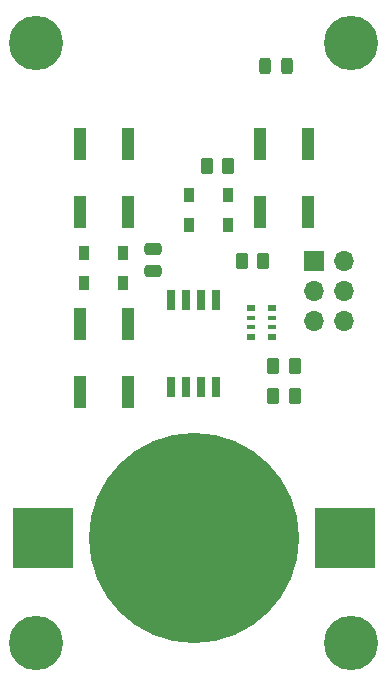
<source format=gts>
%TF.GenerationSoftware,KiCad,Pcbnew,(6.0.8)*%
%TF.CreationDate,2022-11-07T13:32:54+08:00*%
%TF.ProjectId,remote,72656d6f-7465-42e6-9b69-6361645f7063,rev?*%
%TF.SameCoordinates,Original*%
%TF.FileFunction,Soldermask,Top*%
%TF.FilePolarity,Negative*%
%FSLAX46Y46*%
G04 Gerber Fmt 4.6, Leading zero omitted, Abs format (unit mm)*
G04 Created by KiCad (PCBNEW (6.0.8)) date 2022-11-07 13:32:54*
%MOMM*%
%LPD*%
G01*
G04 APERTURE LIST*
G04 Aperture macros list*
%AMRoundRect*
0 Rectangle with rounded corners*
0 $1 Rounding radius*
0 $2 $3 $4 $5 $6 $7 $8 $9 X,Y pos of 4 corners*
0 Add a 4 corners polygon primitive as box body*
4,1,4,$2,$3,$4,$5,$6,$7,$8,$9,$2,$3,0*
0 Add four circle primitives for the rounded corners*
1,1,$1+$1,$2,$3*
1,1,$1+$1,$4,$5*
1,1,$1+$1,$6,$7*
1,1,$1+$1,$8,$9*
0 Add four rect primitives between the rounded corners*
20,1,$1+$1,$2,$3,$4,$5,0*
20,1,$1+$1,$4,$5,$6,$7,0*
20,1,$1+$1,$6,$7,$8,$9,0*
20,1,$1+$1,$8,$9,$2,$3,0*%
G04 Aperture macros list end*
%ADD10R,0.900000X1.200000*%
%ADD11RoundRect,0.250000X0.262500X0.450000X-0.262500X0.450000X-0.262500X-0.450000X0.262500X-0.450000X0*%
%ADD12R,1.000000X2.750000*%
%ADD13R,5.100000X5.100000*%
%ADD14C,17.800000*%
%ADD15C,4.600000*%
%ADD16RoundRect,0.250000X-0.475000X0.250000X-0.475000X-0.250000X0.475000X-0.250000X0.475000X0.250000X0*%
%ADD17R,0.800000X0.500000*%
%ADD18R,0.800000X0.400000*%
%ADD19RoundRect,0.250000X-0.262500X-0.450000X0.262500X-0.450000X0.262500X0.450000X-0.262500X0.450000X0*%
%ADD20R,1.700000X1.700000*%
%ADD21O,1.700000X1.700000*%
%ADD22R,0.650000X1.700000*%
%ADD23RoundRect,0.243750X-0.243750X-0.456250X0.243750X-0.456250X0.243750X0.456250X-0.243750X0.456250X0*%
G04 APERTURE END LIST*
D10*
%TO.C,D2*%
X15495000Y-17907000D03*
X18795000Y-17907000D03*
%TD*%
D11*
%TO.C,R1*%
X19915500Y-20955000D03*
X21740500Y-20955000D03*
%TD*%
%TO.C,R4*%
X18796000Y-12954000D03*
X16971000Y-12954000D03*
%TD*%
D10*
%TO.C,D5*%
X9905000Y-22860000D03*
X6605000Y-22860000D03*
%TD*%
D12*
%TO.C,SW1*%
X25495000Y-11090000D03*
X25495000Y-16850000D03*
X21495000Y-16850000D03*
X21495000Y-11090000D03*
%TD*%
D13*
%TO.C,BT1*%
X28675000Y-44450000D03*
X3075000Y-44450000D03*
D14*
X15875000Y-44450000D03*
%TD*%
D15*
%TO.C,H3*%
X2540000Y-53340000D03*
%TD*%
D16*
%TO.C,C1*%
X12446000Y-19944000D03*
X12446000Y-21844000D03*
%TD*%
D15*
%TO.C,H1*%
X2540000Y-2540000D03*
%TD*%
D12*
%TO.C,SW2*%
X10255000Y-32090000D03*
X10255000Y-26330000D03*
X6255000Y-26330000D03*
X6255000Y-32090000D03*
%TD*%
D17*
%TO.C,RN1*%
X22490000Y-27362000D03*
D18*
X22490000Y-26562000D03*
X22490000Y-25762000D03*
D17*
X22490000Y-24962000D03*
X20690000Y-24962000D03*
D18*
X20690000Y-25762000D03*
X20690000Y-26562000D03*
D17*
X20690000Y-27362000D03*
%TD*%
D10*
%TO.C,D3*%
X9905000Y-20320000D03*
X6605000Y-20320000D03*
%TD*%
D15*
%TO.C,H4*%
X29210000Y-53340000D03*
%TD*%
D19*
%TO.C,R3\u002A*%
X22582500Y-29845000D03*
X24407500Y-29845000D03*
%TD*%
D12*
%TO.C,SW0*%
X10255000Y-11090000D03*
X10255000Y-16850000D03*
X6255000Y-16850000D03*
X6255000Y-11090000D03*
%TD*%
D20*
%TO.C,J1*%
X26030000Y-20970000D03*
D21*
X28570000Y-20970000D03*
X26030000Y-23510000D03*
X28570000Y-23510000D03*
X26030000Y-26050000D03*
X28570000Y-26050000D03*
%TD*%
D22*
%TO.C,U1*%
X13970000Y-31590000D03*
X15240000Y-31590000D03*
X16510000Y-31590000D03*
X17780000Y-31590000D03*
X17780000Y-24290000D03*
X16510000Y-24290000D03*
X15240000Y-24290000D03*
X13970000Y-24290000D03*
%TD*%
D10*
%TO.C,D4*%
X15495000Y-15367000D03*
X18795000Y-15367000D03*
%TD*%
D23*
%TO.C,D1*%
X21922500Y-4445000D03*
X23797500Y-4445000D03*
%TD*%
D19*
%TO.C,R2*%
X22582500Y-32385000D03*
X24407500Y-32385000D03*
%TD*%
D15*
%TO.C,H2*%
X29210000Y-2540000D03*
%TD*%
M02*

</source>
